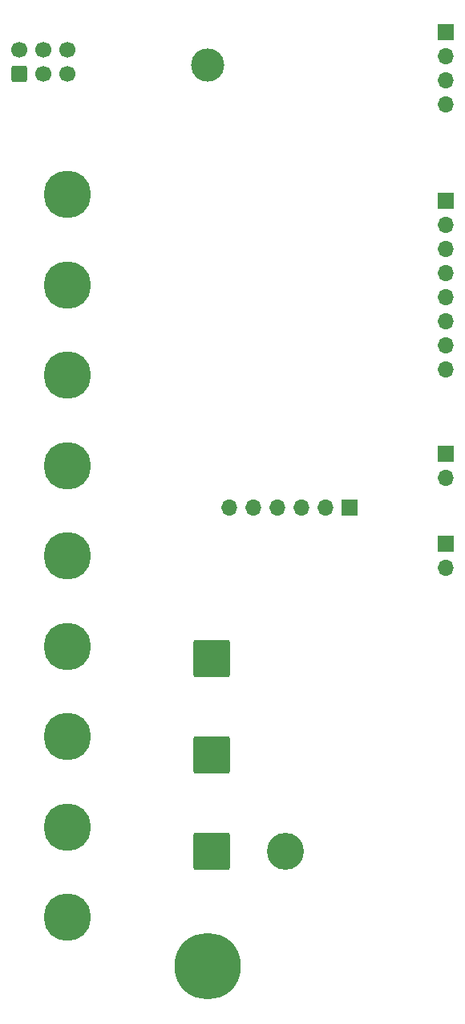
<source format=gbs>
G04 #@! TF.GenerationSoftware,KiCad,Pcbnew,6.0.1-79c1e3a40b~116~ubuntu21.04.1*
G04 #@! TF.CreationDate,2022-03-16T12:10:20-04:00*
G04 #@! TF.ProjectId,oven_v2,6f76656e-5f76-4322-9e6b-696361645f70,2*
G04 #@! TF.SameCoordinates,Original*
G04 #@! TF.FileFunction,Soldermask,Bot*
G04 #@! TF.FilePolarity,Negative*
%FSLAX46Y46*%
G04 Gerber Fmt 4.6, Leading zero omitted, Abs format (unit mm)*
G04 Created by KiCad (PCBNEW 6.0.1-79c1e3a40b~116~ubuntu21.04.1) date 2022-03-16 12:10:20*
%MOMM*%
%LPD*%
G01*
G04 APERTURE LIST*
G04 Aperture macros list*
%AMRoundRect*
0 Rectangle with rounded corners*
0 $1 Rounding radius*
0 $2 $3 $4 $5 $6 $7 $8 $9 X,Y pos of 4 corners*
0 Add a 4 corners polygon primitive as box body*
4,1,4,$2,$3,$4,$5,$6,$7,$8,$9,$2,$3,0*
0 Add four circle primitives for the rounded corners*
1,1,$1+$1,$2,$3*
1,1,$1+$1,$4,$5*
1,1,$1+$1,$6,$7*
1,1,$1+$1,$8,$9*
0 Add four rect primitives between the rounded corners*
20,1,$1+$1,$2,$3,$4,$5,0*
20,1,$1+$1,$4,$5,$6,$7,0*
20,1,$1+$1,$6,$7,$8,$9,0*
20,1,$1+$1,$8,$9,$2,$3,0*%
G04 Aperture macros list end*
%ADD10C,5.000000*%
%ADD11C,0.800000*%
%ADD12C,7.000000*%
%ADD13C,3.500000*%
%ADD14R,1.700000X1.700000*%
%ADD15O,1.700000X1.700000*%
%ADD16RoundRect,0.250002X1.699998X-1.699998X1.699998X1.699998X-1.699998X1.699998X-1.699998X-1.699998X0*%
%ADD17RoundRect,0.250002X-1.699998X-1.699998X1.699998X-1.699998X1.699998X1.699998X-1.699998X1.699998X0*%
%ADD18C,3.900000*%
%ADD19RoundRect,0.250000X0.600000X-0.600000X0.600000X0.600000X-0.600000X0.600000X-0.600000X-0.600000X0*%
%ADD20C,1.700000*%
G04 APERTURE END LIST*
D10*
X64770000Y-76200000D03*
X64770000Y-85725000D03*
X64770000Y-95250000D03*
X64770000Y-104775000D03*
X64770000Y-114300000D03*
X64770000Y-123825000D03*
X64770000Y-133350000D03*
X64770000Y-142875000D03*
X64770000Y-152400000D03*
D11*
X82235000Y-157560000D03*
X76985000Y-157560000D03*
X79610000Y-160185000D03*
D12*
X79610000Y-157560000D03*
D11*
X77753845Y-159416155D03*
X79610000Y-154935000D03*
X77753845Y-155703845D03*
X81466155Y-155703845D03*
X81466155Y-159416155D03*
D13*
X79610000Y-62560000D03*
D14*
X104775000Y-113030000D03*
D15*
X104775000Y-115570000D03*
D16*
X80010000Y-125095000D03*
D17*
X80010000Y-145415000D03*
D18*
X87810000Y-145415000D03*
D14*
X104775000Y-103505000D03*
D15*
X104775000Y-106045000D03*
D14*
X104775000Y-59055000D03*
D15*
X104775000Y-61595000D03*
X104775000Y-64135000D03*
X104775000Y-66675000D03*
D14*
X104775000Y-76835000D03*
D15*
X104775000Y-79375000D03*
X104775000Y-81915000D03*
X104775000Y-84455000D03*
X104775000Y-86995000D03*
X104775000Y-89535000D03*
X104775000Y-92075000D03*
X104775000Y-94615000D03*
D14*
X94615000Y-109220000D03*
D15*
X92075000Y-109220000D03*
X89535000Y-109220000D03*
X86995000Y-109220000D03*
X84455000Y-109220000D03*
X81915000Y-109220000D03*
D16*
X80010000Y-135255000D03*
D19*
X59690000Y-63500000D03*
D20*
X59690000Y-60960000D03*
X62230000Y-63500000D03*
X62230000Y-60960000D03*
X64770000Y-63500000D03*
X64770000Y-60960000D03*
M02*

</source>
